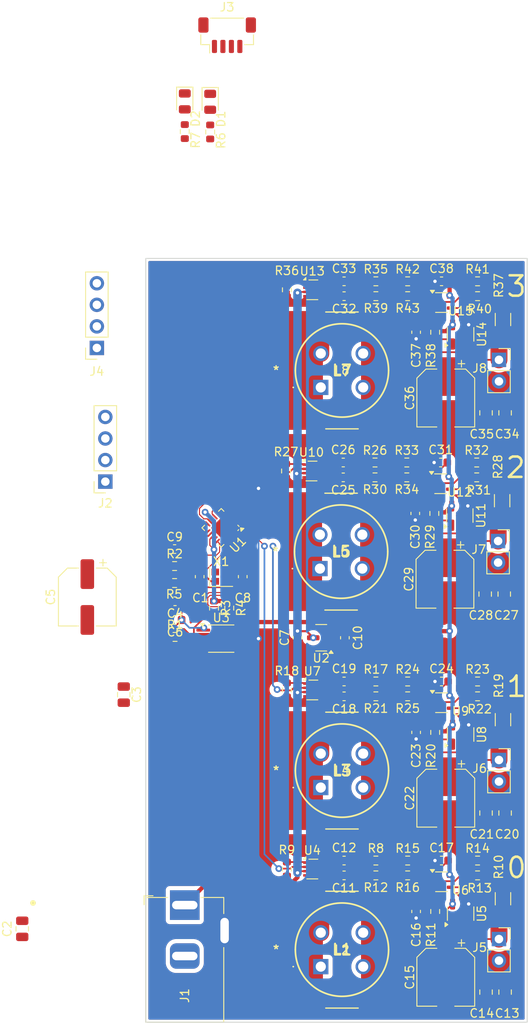
<source format=kicad_pcb>
(kicad_pcb (version 20240108) (generator "pcbnew") (generator_version "8.0")
  (layers (0 "F.Cu" signal) (31 "B.Cu" signal) (34 "B.Paste" user) (35 "F.Paste" user) (36 "B.SilkS" user "B.Silkscreen") (37 "F.SilkS" user "F.Silkscreen") (38 "B.Mask" user) (39 "F.Mask" user) (44 "Edge.Cuts" user))
  (net 0 "")
  (net 1 "VCC")
  (net 2 "GND")
  (net 3 "+5V")
  (net 4 "/CC_Buck0/SS{slash}PG1")
  (net 5 "Net-(U4-SW)")
  (net 6 "Net-(U4-BST)")
  (net 7 "/CC_Buck0/LEDOut")
  (net 8 "Net-(U7-SW)")
  (net 9 "/CC_Buck1/SS{slash}PG1")
  (net 10 "/Reset")
  (net 12 "/UART_RX")
  (net 13 "/UART_TX")
  (net 14 "Net-(U7-BST)")
  (net 15 "/CC_Buck1/LEDOut")
  (net 16 "/CC_Buck2/SS{slash}PG1")
  (net 17 "Net-(U10-SW)")
  (net 18 "Net-(U10-BST)")
  (net 19 "/CC_Buck2/LEDOut")
  (net 20 "/CC_Buck3/SS{slash}PG1")
  (net 21 "Net-(U13-SW)")
  (net 22 "Net-(U13-BST)")
  (net 23 "/CC_Buck3/LEDOut")
  (net 24 "Net-(J2-Pin_2)")
  (net 25 "/UART_RX0")
  (net 26 "/UART_TX0")
  (net 27 "/CC_Buck0/V_sense")
  (net 28 "/Enable1")
  (net 29 "/Enable2")
  (net 30 "Net-(D1-A)")
  (net 31 "/CC_Buck1/V_sense")
  (net 32 "/CC_Buck2/V_sense")
  (net 33 "/CC_Buck3/V_sense")
  (net 34 "Net-(U3-RDY{slash}~{BSY})")
  (net 35 "Net-(D2-A)")
  (net 36 "Net-(U1-PF6(*RESET))")
  (net 37 "/XTAL1")
  (net 38 "/XTAL2")
  (net 39 "Net-(U4-RT)")
  (net 40 "Net-(U6-+)")
  (net 41 "/SCL")
  (net 42 "/SDA")
  (net 43 "/UPDI")
  (net 44 "/Status1")
  (net 45 "/CC_Buck0/50*V_sense1")
  (net 46 "/CC_Buck0/DAC_IN")
  (net 49 "/Status2")
  (net 50 "Net-(U6--)")
  (net 51 "/CC_Buck0/Sum")
  (net 52 "/CC_Buck0/FB")
  (net 53 "Net-(U7-RT)")
  (net 54 "/CC_Buck1/50*V_sense1")
  (net 55 "Net-(U9-+)")
  (net 56 "/CC_Buck1/DAC_IN")
  (net 57 "Net-(U9--)")
  (net 58 "/CC_Buck1/Sum")
  (net 59 "/CC_Buck1/FB")
  (net 60 "Net-(U10-RT)")
  (net 61 "/CC_Buck2/50*V_sense1")
  (net 62 "Net-(U12-+)")
  (net 63 "/CC_Buck2/DAC_IN")
  (net 64 "Net-(U12--)")
  (net 65 "/CC_Buck2/Sum")
  (net 66 "/CC_Buck2/FB")
  (net 67 "Net-(U13-RT)")
  (net 68 "/CC_Buck3/50*V_sense1")
  (net 69 "Net-(U15-+)")
  (net 70 "/CC_Buck3/DAC_IN")
  (net 71 "Net-(U15--)")
  (net 72 "/CC_Buck3/Sum")
  (net 73 "/CC_Buck3/FB")
  (net 75 "/Enable0")
  (footprint "Capacitor_SMD:C_0805_2012Metric" (layer "F.Cu") (at 140.15 115.35 -90)
    (property "Reference" "C21")
    (property "Value" "10u")
  )
  (footprint "Capacitor_SMD:C_0805_2012Metric" (layer "F.Cu") (at 85.422 128.996 -90)
    (property "Reference" "C2")
    (property "Value" "100n")
  )
  (footprint "CustomFootprints:IND_BOURNS_SDR1307" (layer "F.Cu") (at 123.15 63.2)
    (property "Reference" "L8")
    (property "Value" "100uH")
  )
  (footprint "Package_TO_SOT_SMD:SOT-583-8" (layer "F.Cu") (at 119.65 100.85)
    (property "Reference" "U7")
    (property "Value" "TPS62933FDRLR")
  )
  (footprint "Resistor_SMD:R_0603_1608Metric" (layer "F.Cu") (at 127.05 75.8 180)
    (property "Reference" "R30")
    (property "Value" "10k")
  )
  (footprint "Capacitor_SMD:C_0805_2012Metric" (layer "F.Cu") (at 142.4 115.35 -90)
    (property "Reference" "C20")
    (property "Value" "1u")
  )
  (footprint "Resistor_SMD:R_0603_1608Metric" (layer "F.Cu") (at 103.4 86.25)
    (property "Reference" "R2")
    (property "Value" "330")
  )
  (footprint "Resistor_SMD:R_0603_1608Metric" (layer "F.Cu") (at 127.15 99.85)
    (property "Reference" "R17")
    (property "Value" "100k")
  )
  (footprint "Capacitor_SMD:C_0603_1608Metric" (layer "F.Cu") (at 123.4 52.7 180)
    (property "Reference" "C32")
    (property "Value" "10nF")
  )
  (footprint "Resistor_SMD:R_0603_1608Metric" (layer "F.Cu") (at 134.05 80.05 -90)
    (property "Reference" "R29")
    (property "Value" "10k")
  )
  (footprint "Resistor_SMD:R_0603_1608Metric" (layer "F.Cu") (at 103.4 88.25 180)
    (property "Reference" "R5")
    (property "Value" "4.7K")
  )
  (footprint "Resistor_SMD:R_0603_1608Metric" (layer "F.Cu") (at 116.55 75.05 90)
    (property "Reference" "R27")
    (property "Value" "100k")
  )
  (footprint "CustomFootprints:IND_BOURNS_SDR1307" (layer "F.Cu") (at 123.15 110.35)
    (property "Reference" "L4")
    (property "Value" "100uH")
  )
  (footprint "Capacitor_SMD:C_0603_1608Metric" (layer "F.Cu") (at 134.9 99.85 180)
    (property "Reference" "C24")
    (property "Value" "100nF")
  )
  (footprint "Capacitor_SMD:CP_Elec_6.3x7.7" (layer "F.Cu") (at 135.3 87.8 -90)
    (property "Reference" "C29")
    (property "Value" "100u")
  )
  (footprint "Resistor_SMD:R_0603_1608Metric" (layer "F.Cu") (at 116.65 53.7 90)
    (property "Reference" "R36")
    (property "Value" "100k")
  )
  (footprint "CustomFootprints:7447231101" (layer "F.Cu") (at 120.65 133.45)
    (property "Reference" "L1")
    (property "Value" "100uH" (hide yes))
  )
  (footprint "Resistor_SMD:R_0603_1608Metric" (layer "F.Cu") (at 134.15 58.7 -90)
    (property "Reference" "R38")
    (property "Value" "10k")
  )
  (footprint "Capacitor_SMD:C_0603_1608Metric" (layer "F.Cu") (at 117.906 94.699999 -90)
    (property "Reference" "C7")
    (property "Value" "1u")
  )
  (footprint "Capacitor_SMD:C_0805_2012Metric" (layer "F.Cu") (at 142.4 136.45 -90)
    (property "Reference" "C13")
    (property "Value" "1u")
  )
  (footprint "Resistor_SMD:R_0603_1608Metric" (layer "F.Cu") (at 104.6 35.055999 -90)
    (property "Reference" "R7")
    (property "Value" "1K")
  )
  (footprint "Capacitor_SMD:C_0805_2012Metric" (layer "F.Cu") (at 140.15 68.2 -90)
    (property "Reference" "C35")
    (property "Value" "10u")
  )
  (footprint "Package_DFN_QFN:VQFN-20-1EP_3x3mm_P0.4mm_EP1.7x1.7mm" (layer "F.Cu") (at 108.9 81.75 -135)
    (property "Reference" "U1")
    (property "Value" "AVR32DD20-E/REB")
  )
  (footprint "Resistor_SMD:R_0603_1608Metric" (layer "F.Cu") (at 130.9 120.95)
    (property "Reference" "R15")
    (property "Value" "40K")
  )
  (footprint "Connector_PinSocket_2.54mm:PinSocket_1x02_P2.54mm_Vertical" (layer "F.Cu") (at 141.675 109.1)
    (property "Reference" "J6")
    (property "Value" "LED Out")
  )
  (footprint "Capacitor_SMD:CP_Elec_6.3x7.7" (layer "F.Cu") (at 135.4 66.45 -90)
    (property "Reference" "C36")
    (property "Value" "100u")
  )
  (footprint "Capacitor_SMD:C_0603_1608Metric" (layer "F.Cu") (at 103.45 90.4 180)
    (property "Reference" "C4")
    (property "Value" "100nF")
  )
  (footprint "LED_SMD:LED_0805_2012Metric" (layer "F.Cu") (at 104.6 31.5 -90)
    (property "Reference" "D2")
    (property "Value" "LED")
  )
  (footprint "CustomFootprints:7447231101" (layer "F.Cu") (at 120.55 86.55)
    (property "Reference" "L5")
    (property "Value" "100uH" (hide yes))
  )
  (footprint "CustomFootprints:7447231101" (layer "F.Cu") (at 120.65 65.2)
    (property "Reference" "L7")
    (property "Value" "100uH" (hide yes))
  )
  (footprint "Resistor_SMD:R_0603_1608Metric" (layer "F.Cu") (at 134.15 126.95 -90)
    (property "Reference" "R11")
    (property "Value" "10k")
  )
  (footprint "Capacitor_SMD:CP_Elec_6.3x7.7" (layer "F.Cu") (at 135.4 113.6 -90)
    (property "Reference" "C22")
    (property "Value" "100u")
  )
  (footprint "Resistor_SMD:R_0603_1608Metric" (layer "F.Cu") (at 139.15 122.7 180)
    (property "Reference" "R13")
    (property "Value" "10k")
  )
  (footprint "Connector_BarrelJack:BarrelJack_Horizontal" (layer "F.Cu") (at 104.6 126.2 90)
    (property "Reference" "J1")
    (property "Value" "Barrel_Jack_Switch")
  )
  (footprint "Capacitor_SMD:C_0603_1608Metric" (layer "F.Cu") (at 134.8 74.05 180)
    (property "Reference" "C31")
    (property "Value" "100nF")
  )
  (footprint "Resistor_SMD:R_0603_1608Metric" (layer "F.Cu") (at 130.8 75.8 180)
    (property "Reference" "R34")
    (property "Value" "10k")
  )
  (footprint "Connector_PinSocket_2.54mm:PinSocket_1x02_P2.54mm_Vertical" (layer "F.Cu") (at 141.675 130.2)
    (property "Reference" "J5")
    (property "Value" "LED Out")
  )
  (footprint "Capacitor_SMD:C_0603_1608Metric" (layer "F.Cu") (at 123.3 74.05 180)
    (property "Reference" "C25")
    (property "Value" "10nF")
  )
  (footprint "Resistor_SMD:R_0603_1608Metric" (layer "F.Cu") (at 127.15 101.6 180)
    (property "Reference" "R21")
    (property "Value" "10k")
  )
  (footprint "Resistor_SMD:R_0603_1608Metric" (layer "F.Cu") (at 127.15 122.7 180)
    (property "Reference" "R12")
    (property "Value" "10k")
  )
  (footprint "Resistor_SMD:R_0603_1608Metric" (layer "F.Cu") (at 139.15 120.95)
    (property "Reference" "R14")
    (property "Value" "10k")
  )
  (footprint "Resistor_SMD:R_0603_1608Metric" (layer "F.Cu") (at 130.9 122.7 180)
    (property "Reference" "R16")
    (property "Value" "10k")
  )
  (footprint "Package_TO_SOT_SMD:SOT-23-5" (layer "F.Cu") (at 137.05 80.3 90)
    (property "Reference" "U11")
    (property "Value" "INA180A2")
  )
  (footprint "Package_TO_SOT_SMD:SOT-353_SC-70-5" (layer "F.Cu") (at 134.9 102.35)
    (property "Reference" "U9")
    (property "Value" "TL081HIDCKR")
  )
  (footprint "Capacitor_SMD:C_0603_1608Metric" (layer "F.Cu") (at 131.9 126.95 -90)
    (property "Reference" "C16")
    (property "Value" "100nF")
  )
  (footprint "Capacitor_SMD:C_0603_1608Metric" (layer "F.Cu") (at 123.4 122.7)
    (property "Reference" "C12")
    (property "Value" ".1u")
  )
  (footprint "Connector_PinSocket_2.54mm:PinSocket_1x04_P2.54mm_Vertical" (layer "F.Cu") (at 95.225 76.3 180)
    (property "Reference" "J2")
    (property "Value" "Programming")
  )
  (footprint "Capacitor_SMD:C_0805_2012Metric" (layer "F.Cu") (at 142.3 89.55 -90)
    (property "Reference" "C27")
    (property "Value" "1u")
  )
  (footprint "Resistor_SMD:R_0603_1608Metric" (layer "F.Cu") (at 130.9 52.7)
    (property "Reference" "R42")
    (property "Value" "40K")
  )
  (footprint "Package_TO_SOT_SMD:SOT-353_SC-70-5" (layer "F.Cu") (at 134.9 123.45)
    (property "Reference" "U6")
    (property "Value" "TL081HIDCKR")
  )
  (footprint "Resistor_SMD:R_0603_1608Metric" (layer "F.Cu") (at 108.05 91.2 -90)
    (property "Reference" "R3")
    (property "Value" "10k")
  )
  (footprint "Resistor_SMD:R_0603_1608Metric" (layer "F.Cu") (at 127.15 120.95)
    (property "Reference" "R8")
    (property "Value" "100k")
  )
  (footprint "Capacitor_SMD:C_0603_1608Metric" (layer "F.Cu") (at 103.4 84.25)
    (property "Reference" "C9")
    (property "Value" "100n")
  )
  (footprint "Capacitor_SMD:C_0603_1608Metric" (layer "F.Cu") (at 134.9 52.7 180)
    (property "Reference" "C38")
    (property "Value" "100nF")
  )
  (footprint "Package_SO:MSOP-10_3x3mm_P0.5mm" (layer "F.Cu") (at 108.9 94.8)
    (property "Reference" "U3")
    (property "Value" "MCP4728")
  )
  (footprint "Resistor_SMD:R_0603_1608Metric" (layer "F.Cu") (at 109.85 91.2 -90)
    (property "Reference" "R4")
    (property "Value" "10k")
  )
  (footprint "Resistor_SMD:R_0603_1608Metric" (layer "F.Cu") (at 127.05 74.05)
    (property "Reference" "R26")
    (property "Value" "100k")
  )
  (footprint "Capacitor_SMD:C_0805_2012Metric" (layer "F.Cu") (at 142.4 68.2 -90)
    (property "Reference" "C34")
    (property "Value" "1u")
  )
  (footprint "Package_TO_SOT_SMD:SOT-353_SC-70-5" (layer "F.Cu") (at 134.9 55.2)
    (property "Reference" "U15")
    (property "Value" "TL081HIDCKR")
  )
  (footprint "Capacitor_SMD:CP_Elec_6.3x7.7" (layer "F.Cu") (at 93.1 89.9 -90)
    (property "Reference" "C5")
    (property "Value" "100u")
  )
  (footprint "Resistor_SMD:R_1206_3216Metric" (layer "F.Cu") (at 142.05 78.55 90)
    (property "Reference" "R28")
    (property "Value" "100m")
  )
  (footprint "Capacitor_SMD:C_0603_1608Metric" (layer "F.Cu") (at 103.45 92.6 180)
    (property "Reference" "C6")
    (property "Value" "10uF")
  )
  (footprint "Resistor_SMD:R_0603_1608Metric" (layer "F.Cu") (at 127.15 52.7)
    (property "Reference" "R35")
    (property "Value" "100k")
  )
  (footprint "Package_TO_SOT_SMD:SOT-23-5" (layer "F.Cu") (at 137.15 58.95 90)
    (property "Reference" "U14")
    (property "Value" "INA180A2")
  )
  (footprint "Capacitor_SMD:C_0805_2012Metric" (layer "F.Cu") (at 97.4 101.4 -90)
    (property "Reference" "C3")
    (property "Value" "10u")
  )
  (footprint "LED_SMD:LED_0805_2012Metric" (layer "F.Cu") (at 107.6 31.544001 -90)
    (property "Reference" "D1")
    (property "Value" "LED")
  )
  (footprint "Resistor_SMD:R_0603_1608Metric" (layer "F.Cu") (at 130.9 99.85)
    (property "Reference" "R24")
    (property "Value" "40K")
  )
  (footprint "Resistor_SMD:R_0603_1608Metric" (layer "F.Cu") (at 139.15 101.6 180)
    (property "Reference" "R22")
    (property "Value" "10k")
  )
  (footprint "Connector_PinSocket_2.54mm:PinSocket_1x04_P2.54mm_Vertical" (layer "F.Cu") (at 94.225 60.55 180)
    (property "Reference" "J4")
    (property "Value" "UART")
  )
  (footprint "Capacitor_SMD:C_0603_1608Metric" (layer "F.Cu") (at 131.8 80.05 -90)
    (property "Reference" "C30")
    (property "Value" "100nF")
  )
  (footprint "Capacitor_SMD:C_0603_1608Metric" (layer "F.Cu") (at 123.494 94.699997 -90)
    (property "Reference" "C10")
    (property "Value" "2.2u")
  )
  (footprint "Capacitor_SMD:C_0603_1608Metric" (layer "F.Cu") (at 123.3 75.8)
    (property "Reference" "C26")
    (property "Value" ".1u")
  )
  (footprint "Capacitor_SMD:C_0603_1608Metric" (layer "F.Cu") (at 134.9 120.95 180)
    (property "Reference" "C17")
    (property "Value" "100nF")
  )
  (footprint "Capacitor_SMD:C_0603_1608Metric" (layer "F.Cu") (at 131.9 105.85 -90)
    (property "Reference" "C23")
    (property "Value" "100nF")
  )
  (footprint "Capacitor_SMD:C_0603_1608Metric" (layer "F.Cu") (at 111.44 87.5 90)
    (property "Reference" "C8")
    (property "Value" "C_CLK")
  )
  (footprint "Capacitor_SMD:C_0603_1608Metric" (layer "F.Cu") (at 123.4 99.85 180)
    (property "Reference" "C18")
    (property "Value" "10nF")
  )
  (footprint "Package_TO_SOT_SMD:SOT-23-5" (layer "F.Cu") (at 137.15 127.2 90)
    (property "Reference" "U5")
    (property "Value" "INA180A2")
  )
  (footprint "Resistor_SMD:R_0603_1608Metric" (layer "F.Cu") (at 139.05 75.8 180)
    (property "Reference" "R31")
    (property "Value" "10k")
  )
  (footprint "Capacitor_SMD:C_0603_1608Metric" (layer "F.Cu") (at 123.4 101.6)
    (property "Reference" "C19")
    (property "Value" ".1u")
  )
  (footprint "Capacitor_SMD:C_0805_2012Metric" (layer "F.Cu") (at 140.05 89.55 -90)
    (property "Reference" "C28")
    (property "Value" "10u")
  )
  (footprint "Package_TO_SOT_SMD:SOT-353_SC-70-5" (layer "F.Cu") (at 134.8 76.55)
    (property "Reference" "U12")
    (property "Value" "TL081HIDCKR")
  )
  (footprint "Resistor_SMD:R_0603_1608Metric" (layer "F.Cu") (at 134.15 105.85 -90)
    (property "Reference" "R20")
    (property "Value" "10k")
  )
  (footprint "Connector_PinSocket_2.54mm:PinSocket_1x02_P2.54mm_Vertical" (layer "F.Cu") (at 141.675 61.95)
    (property "Reference" "J8")
    (property "Value" "LED Out")
  )
  (footprint "Capacitor_SMD:C_0603_1608Metric" (layer "F.Cu") (at 106.36 87.5 -90)
    (property "Reference" "C1")
    (property "Value" "C_CLK")
  )
  (footprint "Resistor_SMD:R_0603_1608Metric" (layer "F.Cu") (at 103.45 94.6)
    (property "Reference" "R1")
    (property "Value" "100k")
  )
  (footprint "Package_TO_SOT_SMD:SOT-23-5" (layer "F.Cu") (at 137.15 106.1 90)
    (property "Reference" "U8")
    (property "Value" "INA180A2")
  )
  (footprint "Resistor_SMD:R_0603_1608Metric" (layer "F.Cu") (at 127.15 54.45 180)
    (property "Reference" "R39")
    (property "Value" "10k")
  )
  (footprint "Capacitor_SMD:C_0603_1608Metric" (layer "F.Cu") (at 123.4 120.95 180)
    (property "Reference" "C11")
    (property "Value" "10nF")
  )
  (footprint "Resistor_SMD:R_0603_1608Metric" (layer "F.Cu") (at 130.8 74.05)
    (property "Reference" "R33")
    (property "Value" "40K")
  )
  (footprint "Resistor_SMD:R_0603_1608Metric" (layer "F.Cu") (at 116.65 121.95 90)
    (property "Reference" "R9")
    (property "Value" "100k")
  )
  (footprint "Capacitor_SMD:C_0603_1608Metric" (layer "F.Cu") (at 123.4 54.45)
    (property "Reference" "C33")
    (property "Value" ".1u")
  )
  (footprint "Capacitor_SMD:CP_Elec_6.3x7.7" (layer "F.Cu") (at 135.4 134.7 -90)
    (property "Reference" "C15")
    (property "Value" "100u")
  )
  (footprint "Connector_JST:JST_SH_BM04B-SRSS-TB_1x04-1MP_P1.00mm_Vertical" (layer "F.Cu") (at 109.6 23.7)
    (property "Reference" "J3")
    (property "Value" "UART")
  )
  (footprint "Resistor_SMD:R_1206_3216Metric" (layer "F.Cu") (at 142.15 104.35 90)
    (property "Reference" "R19")
    (property "Value" "100m")
  )
  (footprint "Resistor_SMD:R_0603_1608Metric" (layer "F.Cu") (at 139.15 52.7)
    (property "Reference" "R41")
    (property "Value" "10k")
  )
  (footprint "Package_TO_SOT_SMD:SOT-583-8" (layer "F.Cu") (at 119.65 53.7)
    (property "Reference" "U13")
    (property "Value" "TPS62933FDRLR")
  )
  (footprint "Package_TO_SOT_SMD:SOT-23" (layer "F.Cu") (at 120.7 94.7 180)
    (property "Reference" "U2")
    (property "Value" "XC6206P502MR")
  )
  (footprint "Capacitor_SMD:C_0603_1608Metric" (layer "F.Cu") (at 131.9 58.7 -90)
    (property "Reference" "C37")
    (property "Value" "100nF")
  )
  (footprint "Package_TO_SOT_SMD:SOT-583-8" (layer "F.Cu") (at 119.65 121.95)
    (property "Reference" "U4")
    (property "Value" "TPS62933FDRLR")
  )
  (footprint "CustomFootprints:IND_BOURNS_SDR1307" (layer "F.Cu") (at 123.05 84.55)
    (property "Reference" "L6")
    (property "Value" "100uH")
  )
  (footprint "Resistor_SMD:R_0603_1608Metric" (layer "F.Cu") (at 130.9 54.45 180)
    (property "Reference" "R43")
    (property "Value" "10k")
  )
  (footprint "Resistor_SMD:R_0603_1608Metric" (layer "F.Cu") (at 139.15 54.45 180)
    (property "Reference" "R40")
    (property "Value" "10k")
  )
  (footprint "Resistor_SMD:R_0603_1608Metric" (layer "F.Cu") (at 107.6 35.1 -90)
    (property "Reference" "R6")
    (property "Value" "1K")
  )
  (footprint "Resistor_SMD:R_0603_1608Metric" (layer "F.Cu") (at 139.05 74.05)
    (property "Reference" "R32")
    (property "Value" "10k")
  )
  (footprint "Resistor_SMD:R_1206_3216Metric" (layer "F.Cu") (at 142.15 57.2 90)
    (property "Reference" "R37")
    (property "Value" "100m")
  )
  (footprint "CustomFootprints:IND_BOURNS_SDR1307" (layer "F.Cu") (at 123.15 131.45)
    (property "Reference" "L2")
    (property "Value" "100uH")
  )
  (footprint "Resistor_SMD:R_1206_3216Metric" (layer "F.Cu") (at 142.15 125.45 90)
    (property "Reference" "R10")
    (property "Value" "100m")
  )
  (footprint "Resistor_SMD:R_0603_1608Metric" (layer "F.Cu") (at 130.9 101.6 180)
    (property "Reference" "R25")
    (property "Value" "10k")
  )
  (footprint "Connector_PinSocket_2.54mm:PinSocket_1x02_P2.54mm_Vertical" (layer "F.Cu") (at 141.575 83.3)
    (property "Reference" "J7")
    (property "Value" "LED Out")
  )
  (footprint "Capacitor_SMD:C_0805_2012Metric" (layer "F.Cu") (at 140.15 136.45 -90)
    (property "Reference" "C14")
    (property "Value" "10u")
  )
  (footprint "CustomFootprints:7447231101" (layer "F.Cu") (at 120.65 112.35)
    (property "Reference" "L3")
    (property "Value" "100uH" (hide yes))
  )
  (footprint "Resistor_SMD:R_0603_1608Metric" (layer "F.Cu") (at 139.15 99.85)
    (property "Reference" "R23")
    (property "Value" "10k")
  )
  (footprint "Crystal:Crystal_SMD_2016-4Pin_2.0x1.6mm" (layer "F.Cu") (at 108.9 87.5)
    (property "Reference" "X1")
    (property "Value" "XRCGB32M000F1S2KR0")
  )
  (footprint "Resistor_SMD:R_0603_1608Metric" (layer "F.Cu") (at 116.65 100.85 90)
    (property "Reference" "R18")
    (property "Value" "100k")
  )
  (footprint "Package_TO_SOT_SMD:SOT-583-8" (layer "F.Cu") (at 119.55 75.05)
    (property "Reference" "U10")
    (property "Value" "TPS62933FDRLR")
  )
  (gr_circle (center 86.692 125.948) (end 86.438 125.948) (stroke (width 0.15)) (fill solid) (layer "F.SilkS"))
  (gr_rect (start 100 50) (end 145 140) (stroke (width 0.1)) (fill none) (layer "Edge.Cuts"))
  (gr_text "3" (at 142.4 54.7 0) (layer "F.SilkS") (effects (font (size 2.4 2.4) (thickness 0.3) (bold yes)) (justify left bottom)))
  (gr_text "1" (at 142.4 101.85 0) (layer "F.SilkS") (effects (font (size 2.4 2.4) (thickness 0.3) (bold yes)) (justify left bottom)))
  (gr_text "0" (at 142.4 123.2 0) (layer "F.SilkS") (effects (font (size 2.4 2.4) (thickness 0.3) (bold yes)) (justify left bottom)))
  (gr_text "2" (at 142.3 76.05 0) (layer "F.SilkS") (effects (font (size 2.4 2.4) (thickness 0.3) (bold yes)) (justify left bottom)))
  (segment (start 118.15 101.1) (end 118.91 101.1) (width 0.2) (layer "F.Cu") (net 1))
  (segment (start 104.6 126.2) (end 106.7977 124.0023) (width 0.5) (layer "F.Cu") (net 1))
  (segment (start 117.9 122.4) (end 117.9 122.92478) (width 0.5) (layer "F.Cu") (net 1))
  (segment (start 118.987498 93.924999) (end 117.906 93.924999) (width 0.25) (layer "F.Cu") (net 1))
  (segment (start 118.81 75.3) (end 117.85 75.3) (width 0.2) (layer "F.Cu") (net 1))
  (segment (start 117.9 122.92478) (end 116.82248 124.0023) (width 0.5) (layer "F.Cu") (net 1))
  (segment (start 118.1 122.2) (end 118.91 122.2) (width 0.2) (layer "F.Cu") (net 1))
  (segment (start 106.7977 124.0023) (end 116.82248 124.0023) (width 0.5) (layer "F.Cu") (net 1))
  (segment (start 118 53.95) (end 117.9 54.05) (width 0.2) (layer "F.Cu") (net 1))
  (segment (start 118.05 101.15) (end 118.15 101.05) (width 0.2) (layer "F.Cu") (net 1))
  (segment (start 118.91 53.95) (end 118 53.95) (width 0.2) (layer "F.Cu") (net 1))
  (segment (start 117.9 101.15) (end 118.05 101.15) (width 0.2) (layer "F.Cu") (net 1))
  (segment (start 117.9 122.4) (end 118.1 122.2) (width 0.2) (layer "F.Cu") (net 1))
  (segment (start 117.85 75.3) (end 117.8 75.35) (width 0.2) (layer "F.Cu") (net 1))
  (segment (start 119.762499 94.7) (end 118.987498 93.924999) (width 0.25) (layer "F.Cu") (net 1))
  (via (at 117.9 54.05) (size 0.8) (drill 0.4) (layers "F.Cu" "B.Cu") (net 1))
  (via (at 117.9 93.9) (size 0.8) (drill 0.4) (layers "F.Cu" "B.Cu") (net 1))
  (via (at 117.9 122.4) (size 0.8) (drill 0.4) (layers "F.Cu" "B.Cu") (net 1))
  (via (at 119.762499 94.7) (size 0.8) (drill 0.4) (layers "F.Cu" "B.Cu") (net 1))
  (via (at 117.8 75.35) (size 0.8) (drill 0.4) (layers "F.Cu" "B.Cu") (net 1))
  (via (at 117.9 101.15) (size 0.8) (drill 0.4) (layers "F.Cu" "B.Cu") (net 1))
  (segment (start 117.9 54.05) (end 117.9 93.9) (width 1) (layer "B.Cu") (net 1))
  (segment (start 117.9 122.4) (end 117.9 93.9) (width 1) (layer "B.Cu") (net 1))
  (segment (start 117.9 106.25) (end 117.9 101.15) (width 1) (layer "B.Cu") (net 1))
  (segment (start 103.720343 93.670343) (end 103.45 93.940686) (width 0.2) (layer "F.Cu") (net 2))
  (segment (start 133.475 129.3) (end 131.9 127.725) (width 0.2) (layer "F.Cu") (net 2))
  (segment (start 131.725 122.7) (end 132.475 123.45) (width 0.2) (layer "F.Cu") (net 2))
  (segment (start 137.05 82.099999) (end 136.749999 82.4) (width 0.2) (layer "F.Cu") (net 2))
  (segment (start 131.725 101.6) (end 132.475 102.35) (width 0.2) (layer "F.Cu") (net 2))
  (segment (start 137.15 60.749999) (end 136.849999 61.05) (width 0.2) (layer "F.Cu") (net 2))
  (segment (start 137.15 128.3375) (end 137.15 128.999999) (width 0.2) (layer "F.Cu") (net 2))
  (segment (start 132.475 55.2) (end 133.950001 55.2) (width 0.2) (layer "F.Cu") (net 2))
  (segment (start 142.15 55.7375) (end 141.2625 55.7375) (width 0.2) (layer "F.Cu") (net 2))
  (segment (start 138.099999 57.8125) (end 137.15 58.762499) (width 0.2) (layer "F.Cu") (net 2))
  (segment (start 120.1 93.659449) (end 120.1 93.4) (width 0.2) (layer "F.Cu") (net 2))
  (segment (start 101.85 93.425) (end 102.675 92.6) (width 0.2) (layer "F.Cu") (net 2))
  (segment (start 110.49 88.75) (end 106.835 88.75) (width 0.2) (layer "F.Cu") (net 2))
  (segment (start 102.675 90.4) (end 102.675 92.6) (width 0.2) (layer "F.Cu") (net 2))
  (segment (start 137.999999 79.1625) (end 137.05 80.112499) (width 0.2) (layer "F.Cu") (net 2))
  (segment (start 103.012648 95.4) (end 102.237352 95.4) (width 0.2) (layer "F.Cu") (net 2))
  (segment (start 137.15 128.999999) (end 136.849999 129.3) (width 0.2) (layer "F.Cu") (net 2))
  (segment (start 131.725 54.45) (end 132.475 55.2) (width 0.2) (layer "F.Cu") (net 2))
  (segment (start 132.475 102.35) (end 133.950001 102.35) (width 0.2) (layer "F.Cu") (net 2))
  (segment (start 121.6375 95.65) (end 121.6375 95.196949) (width 0.2) (layer "F.Cu") (net 2))
  (segment (start 121.6375 95.196949) (end 120.1 93.659449) (width 0.2) (layer "F.Cu") (net 2))
  (segment (start 141.2625 55.7375) (end 139.975 54.45) (width 0.2) (layer "F.Cu") (net 2))
  (segment (start 137.05 81.4375) (end 137.05 82.099999) (width 0.2) (layer "F.Cu") (net 2))
  (segment (start 106.36 88.275) (end 105.61 89.025) (width 0.2) (layer "F.Cu") (net 2))
  (segment (start 105.05 94.491118) (end 105.05 94.187352) (width 0.2) (layer "F.Cu") (net 2))
  (segment (start 137.15 105.912499) (end 137.15 107.2375) (width 0.2) (layer "F.Cu") (net 2))
  (segment (start 132.375 76.55) (end 133.850001 76.55) (width 0.2) (layer "F.Cu") (net 2))
  (segment (start 105.61 89.025) (end 104.05 89.025) (width 0.2) (layer "F.Cu") (net 2))
  (segment (start 136.849999 108.2) (end 133.475 108.2) (width 0.2) (layer "F.Cu") (net 2))
  (segment (start 102.237352 95.4) (end 101.85 95.012648) (width 0.2) (layer "F.Cu") (net 2))
  (segment (start 136.849999 61.05) (end 133.475 61.05) (width 0.2) (layer "F.Cu") (net 2))
  (segment (start 138.099999 126.0625) (end 137.15 127.012499) (width 0.2) (layer "F.Cu") (net 2))
  (segment (start 137.05 80.112499) (end 137.05 81.4375) (width 0.2) (layer "F.Cu") (net 2))
  (segment (start 142.15 102.8875) (end 141.2625 102.8875) (width 0.2) (layer "F.Cu") (net 2))
  (segment (start 111.44 88.275) (end 110.965 88.275) (width 0.2) (layer "F.Cu") (net 2))
  (segment (start 106.7875 95.3) (end 107.762648 95.3) (width 0.2) (layer "F.Cu") (net 2))
  (segment (start 133.475 108.2) (end 131.9 106.625) (width 0.2) (layer "F.Cu") (net 2))
  (segment (start 136.849999 129.3) (end 133.475 129.3) (width 0.2) (layer "F.Cu") (net 2))
  (segment (start 137.15 127.012499) (end 137.15 128.3375) (width 0.2) (layer "F.Cu") (net 2))
  (segment (start 105.05 94.187352) (end 104.532991 93.670343) (width 0.2) (layer "F.Cu") (net 2))
  (segment (start 137.15 107.899999) (end 136.849999 108.2) (width 0.2) (layer "F.Cu") (net 2))
  (segment (start 141.2625 102.8875) (end 139.975 101.6) (width 0.2) (layer "F.Cu") (net 2))
  (segment (start 132.475 123.45) (end 133.950001 123.45) (width 0.2) (layer "F.Cu") (net 2))
  (segment (start 142.15 123.9875) (end 141.2625 123.9875) (width 0.2) (layer "F.Cu") (net 2))
  (segment (start 137.15 107.2375) (end 137.15 107.899999) (width 0.2) (layer "F.Cu") (net 2))
  (segment (start 107.762648 95.3) (end 109.262648 93.8) (width 0.2) (layer "F.Cu") (net 2))
  (segment (start 109.262648 93.8) (end 111.0125 93.8) (width 0.2) (layer "F.Cu") (net 2))
  (segment (start 106.835 88.75) (end 106.36 88.275) (width 0.2) (layer "F.Cu") (net 2))
  (segment (start 104.05 89.025) (end 102.675 90.4) (width 0.2) (layer "F.Cu") (net 2))
  (segment (start 141.1625 77.0875) (end 139.875 75.8) (width 0.2) (layer "F.Cu") (net 2))
  (segment (start 104.532991 93.670343) (end 103.720343 93.670343) (width 0.2) (layer "F.Cu") (net 2))
  (segment (start 131.625 75.8) (end 132.375 76.55) (width 0.2) (layer "F.Cu") (net 2))
  (segment (start 101.85 95.012648) (end 101.85 93.425) (width 0.2) (layer "F.Cu") (net 2))
  (segment (start 137.15 58.762499) (end 137.15 60.0875) (width 0.2) (layer "F.Cu") (net 2))
  (segment (start 142.05 77.0875) (end 141.1625 77.0875) (width 0.2) (layer "F.Cu") (net 2))
  (segment (start 105.858882 95.3) (end 105.05 94.491118) (width 0.2) (layer "F.Cu") (net 2))
  (segment (start 133.475 61.05) (end 131.9 59.475) (width 0.2) (layer "F.Cu") (net 2))
  (segment (start 103.45 94.962648) (end 103.012648 95.4) (width 0.2) (layer "F.Cu") (net 2))
  (segment (start 133.375 82.4) (end 131.8 80.825) (width 0.2) (layer "F.Cu") (net 2))
  (segment (start 103.45 93.940686) (end 103.45 94.962648) (width 0.2) (layer "F.Cu") (net 2))
  (segment (start 137.15 60.0875) (end 137.15 60.749999) (width 0.2) (layer "F.Cu") (net 2))
  (segment (start 110.965 88.275) (end 110.49 88.75) (width 0.2) (layer "F.Cu") (net 2))
  (segment (start 106.7875 95.3) (end 105.858882 95.3) (width 0.2) (layer "F.Cu") (net 2))
  (segment (start 141.2625 123.9875) (end 139.975 122.7) (width 0.2) (layer "F.Cu") (net 2))
  (segment (start 136.749999 82.4) (end 133.375 82.4) (width 0.2) (layer "F.Cu") (net 2))
  (segment (start 138.099999 104.9625) (end 137.15 105.912499) (width 0.2) (layer "F.Cu") (net 2))
  (via (at 134.125 52.7) (size 0.8) (drill 0.4) (layers "F.Cu" "B.Cu") (net 2))
  (via (at 138.099999 104.9625) (size 0.8) (drill 0.4) (layers "F.Cu" "B.Cu") (net 2))
  (via (at 138.099999 126.0625) (size 0.8) (drill 0.4) (layers "F.Cu" "B.Cu") (net 2))
  (via (at 134.125 99.85) (size 0.8) (drill 0.4) (layers "F.Cu" "B.Cu") (net 2))
  (via (at 134.125 120.95) (size 0.8) (drill 0.4) (layers "F.Cu" "B.Cu") (net 2))
  (via (at 131.9 106.625) (size 0.8) (drill 0.4) (layers "F.Cu" "B.Cu") (net 2))
  (via (at 138.099999 57.8125) (size 0.8) (drill 0.4) (layers "F.Cu" "B.Cu") (net 2))
  (via (at 131.8 80.825) (size 0.8) (drill 0.4) (layers "F.Cu" "B.Cu") (net 2))
  (via (at 137.999999 79.1625) (size 0.8) (drill 0.4) (layers "F.Cu" "B.Cu") (net 2))
  (via (at 134.025 74.05) (size 0.8) (drill 0.4) (layers "F.Cu" "B.Cu") (net 2))
  (via (at 131.9 59.475) (size 0.8) (drill 0.4) (layers "F.Cu" "B.Cu") (net 2))
  (via (at 131.9 127.725) (size 0.8) (drill 0.4) (layers "F.Cu" "B.Cu") (net 2))
  (segment (start 135.85 54.35) (end 135.85 52.875) (width 0.5) (layer "F.Cu") (net 3))
  (segment (start 121.6375 93.75) (end 120.7375 92.85) (width 0.5) (layer "F.Cu") (net 3))
  (segment (start 133.675 100.625) (end 132.65 99.6) (width 0.2) (layer "F.Cu") (net 3))
  (segment (start 132.425 52.212352) (end 132.425 52.225) (width 0.2) (layer "F.Cu") (net 3))
  (segment (start 132.325 73.575) (end 132.325 73.562352) (width 0.2) (layer "F.Cu") (net 3))
  (segment (start 132.425 120.475) (end 132.425 120.462352) (width 0.2) (layer "F.Cu") (net 3))
  (segment (start 132.65 99.587352) (end 132.65 99.6) (width 0.2) (layer "F.Cu") (net 3))
  (segment (start 131.9 126.175) (end 132.55 126.825) (width 0.2) (layer "F.Cu") (net 3))
  (segment (start 134.8 74.825) (end 133.575 74.825) (width 0.2) (layer "F.Cu") (net 3))
  (segment (start 107.874695 80.724695) (end 107.824695 80.724695) (width 0.127) (layer "F.Cu") (net 3))
  (segment (start 135.675 120.95) (end 134.9 121.725) (width 0.2) (layer "F.Cu") (net 3))
  (segment (start 127.975 52.7) (end 128.75 51.925) (width 0.2) (layer "F.Cu") (net 3))
  (segment (start 132.425 99.375) (end 132.425 99.362352) (width 0.2) (layer "F.Cu") (net 3))
  (segment (start 102.625 94.2) (end 104.225 92.6) (width 0.2) (layer "F.Cu") (net 3))
  (segment (start 135.437501 105.725) (end 136.200001 104.9625) (width 0.5) (layer "F.Cu") (net 3))
  (segment (start 108.05 90.375) (end 109.85 90.375) (width 0.5) (layer "F.Cu") (net 3))
  (segment (start 106.7875 93.5875) (end 106.85 93.525) (width 0.2) (layer "F.Cu") (net 3))
  (segment (start 132.137648 120.175) (end 128.75 120.175) (width 0.2) (layer "F.Cu") (net 3))
  (segment (start 102.625 94.6) (end 102.625 94.2) (width 0.2) (layer "F.Cu") (net 3))
  (segment (start 135.75 74.225) (end 135.575 74.05) (width 0.5) (layer "F.Cu") (net 3))
  (segment (start 134.9 100.625) (end 133.675 100.625) (width 0.2) (layer "F.Cu") (net 3))
  (segment (start 128.75 120.175) (end 127.975 120.95) (width 0.2) (layer "F.Cu") (net 3))
  (segment (start 135.85 122.6) (end 135.85 121.125) (width 0.5) (layer "F.Cu") (net 3))
  (segment (start 132.55 73.8) (end 132.325 73.575) (width 0.2) (layer "F.Cu") (net 3))
  (segment (start 135.85 101.5) (end 135.85 100.025) (width 0.5) (layer "F.Cu") (net 3))
  (segment (start 128.75 99.075) (end 132.137648 99.075) (width 0.2) (layer "F.Cu") (net 3))
  (segment (start 107.824695 80.724695) (end 107 79.9) (width 0.127) (layer "F.Cu") (net 3))
  (segment (start 131.9 57.925) (end 132.55 58.575) (width 0.5) (layer "F.Cu") (net 3))
  (segment (start 133.675 121.725) (end 132.425 120.475) (width 0.2) (layer "F.Cu") (net 3))
  (segment (start 128.75 51.925) (end 132.137648 51.925) (width 0.2) (layer "F.Cu") (net 3))
  (segment (start 135.85 121.125) (end 135.675 120.95) (width 0.5) (layer "F.Cu") (net 3))
  (segment (start 132.425 120.462352) (end 132.137648 120.175) (width 0.2) (layer "F.Cu") (net 3))
  (segment (start 123.319003 93.75) (end 123.494 93.924997) (width 0.5) (layer "F.Cu") (net 3))
  (segment (start 107.560216 83.810216) (end 107.560216 83.089784) (width 0.127) (layer "F.Cu") (net 3))
  (segment (start 128.65 73.275) (end 132.037648 73.275) (width 0.2) (layer "F.Cu") (net 3))
  (segment (start 132.55 126.825) (end 135.437501 126.825) (width 0.2) (layer "F.Cu") (net 3))
  (segment (start 135.437501 58.575) (end 136.200001 57.8125) (width 0.5) (layer "F.Cu") (net 3))
  (segment (start 135.675 99.85) (end 134.9 100.625) (width 0.2) (layer "F.Cu") (net 3))
  (segment (start 133.675 53.475) (end 134.9 53.475) (width 0.2) (layer "F.Cu") (net 3))
  (segment (start 132.55 73.787352) (end 132.55 73.8) (width 0.2) (layer "F.Cu") (net 3))
  (segment (start 121.6375 93.75) (end 123.319003 93.75) (width 0.5) (layer "F.Cu") (net 3))
  (segment (start 135.575 74.05) (end 134.8 74.825) (width 0.2) (layer "F.Cu") (net 3))
  (segment (start 133.575 74.825) (end 132.55 73.8) (width 0.2) (layer "F.Cu") (net 3))
  (segment (start 132.55 58.575) (end 135.437501 58.575) (width 0.5) (layer "F.Cu") (net 3))
  (segment (start 108.05 84.3) (end 107.560216 83.810216) (width 0.127) (layer "F.Cu") (net 3))
  (segment (start 132.037648 73.275) (end 132.55 73.787352) (width 0.2) (layer "F.Cu") (net 3))
  (segment (start 107.560216 83.089784) (end 107.874695 82.775305) (width 0.127) (layer "F.Cu") (net 3))
  (segment (start 131.8 79.275) (end 132.45 79.925) (width 0.5) (layer "F.Cu") (net 3))
  (segment (start 135.85 100.025) (end 135.675 99.85) (width 0.5) (layer "F.Cu") (net 3))
  (segment (start 135.825003 93.924997) (end 135.85 93.9) (width 0.5) (layer "F.Cu") (net 3))
  (segment (start 106.7875 93.8) (end 106.7875 93.5875) (width 0.2) (layer "F.Cu") (net 3))
  (segment (start 123.494 93.924997) (end 135.825003 93.924997) (width 0.5) (layer "F.Cu") (net 3))
  (segment (start 132.45 79.925) (end 135.337501 79.925) (width 0.5) (layer "F.Cu") (net 3))
  (segment (start 127.875 74.05) (end 128.65 73.275) (width 0.2) (layer "F.Cu") (net 3))
  (segment (start 120.7375 92.85) (end 112.325 92.85) (width 0.5) (layer "F.Cu") (net 3))
  (segment (start 135.75 75.7) (end 135.75 74.225) (width 0.5) (layer "F.Cu") (net 3))
  (segment (start 104.225 90.4) (end 104.225 92.6) (width 0.2) (layer "F.Cu") (net 3))
  (segment (start 131.9 105.075) (end 132.55 105.725) (width 0.5) (layer "F.Cu") (net 3))
  (segment (start 127.975 99.85) (end 128.75 99.075) (width 0.2) (layer "F.Cu") (net 3))
  (segment (start 132.65 99.6) (end 132.425 99.375) (width 0.2) (layer "F.Cu") (net 3))
  (segment (start 135.85 52.875) (end 135.675 52.7) (width 0.5) (layer "F.Cu") (net 3))
  (segment (start 134.9 53.475) (end 135.675 52.7) (width 0.2) (layer "F.Cu") (net 3))
  (segment (start 132.55 105.725) (end 135.437501 105.725) (width 0.5) (layer "F.Cu") (net 3))
  (segment (start 135.337501 79.925) (end 136.100001 79.1625) (width 0.5) (layer "F.Cu") (net 3))
  (segment (start 135.437501 126.825) (end 136.200001 126.0625) (width 0.2) (layer "F.Cu") (net 3))
  (segment (start 132.425 52.225) (end 133.675 53.475) (width 0.2) (layer "F.Cu") (net 3))
  (segment (start 132.137648 51.925) (end 132.425 52.212352) (width 0.2) (layer "F.Cu") (net 3))
  (segment (start 134.9 121.725) (end 133.675 121.725) (width 0.2) (layer "F.Cu") (net 3))
  (segment (start 132.137648 99.075) (end 132.65 99.587352) (width 0.2) (layer "F.Cu") (net 3))
  (segment (start 112.325 92.85) (end 109.85 90.375) (width 0.5) (layer "F.Cu") (net 3))
  (via (at 135.85 122.6) (size 0.8) (drill 0.4) (layers "F.Cu" "B.Cu") (net 3))
  (via (at 107 79.9) (size 0.8) (drill 0.4) (layers "F.Cu" "B.Cu") (net 3))
  (via (at 106.85 93.525) (size 0.8) (drill 0.4) (layers "F.Cu" "B.Cu") (net 3))
  (via (at 108.05 90.375) (size 0.8) (drill 0.4) (layers "F.Cu" "B.Cu") (net 3))
  (via (at 136.200001 104.9625) (size 0.8) (drill 0.4) (layers "F.Cu" "B.Cu") (net 3))
  (via (at 136.200001 126.0625) (size 0.8) (drill 0.4) (layers "F.Cu" "B.Cu") (net 3))
  (via (at 136.100001 79.1625) (size 0.8) (drill 0.4) (layers "F.Cu" "B.Cu") (net 3))
  (via (at 136.200001 57.8125) (size 0.8) (drill 0.4) (layers "F.Cu" "B.Cu") (net 3))
  (via (at 135.85 93.9) (size 0.8) (drill 0.4) (layers "F.Cu" "B.Cu") (net 3))
  (via (at 104.225 92.6) (size 0.8) (drill 0.4) (layers "F.Cu" "B.Cu") (net 3))
  (via (at 108.05 84.3) (size 0.8) (drill 0.4) (layers "F.Cu" "B.Cu") (net 3))
  (via (at 135.85 54.35) (size 0.8) (drill 0.4) (layers "F.Cu" "B.Cu") (net 3))
  (via (at 135.75 75.7) (size 0.8) (drill 0.4) (layers "F.Cu" "B.Cu") (net 3))
  (via (at 135.85 101.5) (size 0.8) (drill 0.4) (layers "F.Cu" "B.Cu") (net 3))
  (segment (start 136.200001 54.700001) (end 135.85 54.35) (width 0.5) (layer "B.Cu") (net 3))
  (segment (start 108.05 80.95) (end 107 79.9) (width 0.5) (layer "B.Cu") (net 3))
  (segment (start 136.200001 104.9625) (end 136.200001 101.850001) (width 0.5) (layer "B.Cu") (net 3))
  (segment (start 135.85 122.6) (end 135.85 105.312501) (width 0.5) (layer "B.Cu") (net 3))
  (segment (start 135.85 105.312501) (end 136.200001 104.9625) (width 0.5) (layer "B.Cu") (net 3))
  (segment (start 105.15 93.525) (end 104.225 92.6) (width 0.2) (layer "B.Cu") (net 3))
  (segment (start 135.85 79.412501) (end 136.100001 79.1625) (width 0.5) (layer "B.Cu") (net 3))
  (segment (start 135.85 93.9) (end 135.85 79.412501) (width 0.5) (layer "B.Cu") (net 3))
  (segment (start 136.100001 76.050001) (end 135.75 75.7) (width 0.5) (layer "B.Cu") (net 3))
  (segment (start 108.05 84.3) (end 108.05 80.95) (width 0.5) (layer "B.Cu") (net 3))
  (segment (start 135.75 58.262501) (end 136.200001 57.8125) (width 0.5) (layer "B.Cu") (net 3))
  (segment (start 135.75 75.7) (end 135.75 58.262501) (width 0.5) (layer "B.Cu") (net 3))
  (segment (start 136.200001 122.950001) (end 135.85 122.6) (width 0.5) (layer "B.Cu") (net 3))
  (segment (start 108.05 90.375) (end 108.05 84.3) (width 0.5) (layer "B.Cu") (net 3))
  (segment (start 136.100001 79.1625) (end 136.100001 76.050001) (width 0.5) (layer "B.Cu") (net 3))
  (segment (start 136.200001 126.0625) (end 136.200001 122.950001) (width 0.5) (layer "B.Cu") (net 3))
  (segment (start 135.85 101.5) (end 135.85 93.9) (width 0.5) (layer "B.Cu") (net 3))
  (segment (start 136.200001 101.850001) (end 135.85 101.5) (width 0.5) (layer "B.Cu") (net 3))
  (segment (start 106.85 93.525) (end 105.15 93.525) (width 0.2) (layer "B.Cu") (net 3))
  (segment (start 136.200001 57.8125) (end 136.200001 54.700001) (width 0.5) (layer "B.Cu") (net 3))
  (segment (start 120.415 121.725) (end 123.4 121.725) (width 0.2) (layer "F.Cu") (net 4))
  (segment (start 123.4 121.725) (end 124.175 120.95) (width 0.2) (layer "F.Cu") (net 4))
  (segment (start 124.175 120.95) (end 126.325 120.95) (width 0.2) (layer "F.Cu") (net 4))
  (segment (start 123.325 123.55) (end 120.65 123.55) (width 0.2) (layer "F.Cu") (net 5))
  (segment (start 120.65 129.45) (end 120.65 123.55) (width 2) (layer "F.Cu") (net 5))
  (segment (start 124.175 122.7) (end 123.325 123.55) (width 0.2) (layer "F.Cu") (net 5))
  (segment (start 122.125 122.2) (end 122.625 122.7) (width 0.2) (layer "F.Cu") (net 6))
  (segment (start 120.39 122.2) (end 122.125 122.2) (width 0.2) (layer "F.Cu") (net 6))
  (segment (start 124.175 101.6) (end 123.325 102.45) (width 0.2) (layer "F.Cu") (net 8))
  (segment (start 120.65 108.35) (end 120.65 102.45) (width 2) (layer "F.Cu") (net 8))
  (segment (start 123.325 102.45) (end 120.65 102.45) (width 0.2) (layer "F.Cu") (net 8))
  (segment (start 123.4 100.625) (end 124.175 99.85) (width 0.2) (layer "F.Cu") (net 9))
  (segment (start 120.415 100.625) (end 123.4 100.625) (width 0.2) (layer "F.Cu") (net 9))
  (segment (start 124.175 99.85) (end 126.325 99.85) (width 0.2) (layer "F.Cu") (net 9))
  (segment (start 122.125 101.1) (end 122.625 101.6) (width 0.2) (layer "F.Cu") (net 14))
  (segment (start 120.39 101.1) (end 122.125 101.1) (width 0.2) (layer "F.Cu") (net 14))
  (segment (start 124.075 74.05) (end 126.225 74.05) (width 0.2) (layer "F.Cu") (net 16))
  (segment (start 120.315 74.825) (end 123.3 74.825) (width 0.2) (layer "F.Cu") (net 16))
  (segment (start 123.3 74.825) (end 124.075 74.05) (width 0.2) (layer "F.Cu") (net 16))
  (segment (start 121.09 76.6) (end 120.29 75.8) (width 0.2) (layer "F.Cu") (net 17))
  (segment (start 124.075 75.8) (end 123.275 76.6) (width 0.2) (layer "F.Cu") (net 17))
  (segment (start 123.275 76.6) (end 121.09 76.6) (width 0.2) (layer "F.Cu") (net 17))
  (segment (start 120.29 75.3) (end 122.025 75.3) (width 0.2) (layer "F.Cu") (net 18))
  (segment (start 122.025 75.3) (end 122.525 75.8) (width 0.2) (layer "F.Cu") (net 18))
  (segment (start 124.175 52.7) (end 126.325 52.7) (width 0.2) (layer "F.Cu") (net 20))
  (segment (start 120.415 53.475) (end 123.4 53.475) (width 0.2) (layer "F.Cu") (net 20))
  (segment (start 123.4 53.475) (end 124.175 52.7) (width 0.2) (layer "F.Cu") (net 20))
  (segment (start 124.175 54.45) (end 123.325 55.3) (width 0.2) (layer "F.Cu") (net 21))
  (segment (start 123.325 55.3) (end 120.65 55.3) (width 0.2) (layer "F.Cu") (net 21))
  (segment (start 120.65 61.2) (end 120.65 55.3) (width 2) (layer "F.Cu") (net 21))
  (segment (start 120.39 53.95) (end 122.125 53.95) (width 0.2) (layer "F.Cu") (net 22))
  (segment (start 122.125 53.95) (end 122.625 54.45) (width 0.2) (layer "F.Cu") (net 22))
  (segment (start 138.099999 128.3375) (end 139.962499 130.2) (width 0.2) (layer "F.Cu") (net 27))
  (segment (start 141.675 127.3875) (end 142.15 126.9125) (width 2) (layer "F.Cu") (net 27))
  (segment (start 141.675 130.2) (end 141.675 127.3875) (width 2) (layer "F.Cu") (net 27))
  (segment (start 139.962499 130.2) (end 141.675 130.2) (width 0.2) (layer "F.Cu") (net 27))
  (segment (start 106.3365 79.4635) (end 107.3 78.5) (width 0.127) (layer "F.Cu") (net 28))
  (segment (start 107.268733 80.684419) (end 106.846088 80.684419) (width 0.127) (layer "F.Cu") (net 28))
  (segment (start 107.591852 81.007538) (end 107.268733 80.684419) (width 0.127) (layer "F.Cu") (net 28))
  (segment (start 118.18995 100.45) (end 118.33995 100.6) (width 0.2) (layer "F.Cu") (net 28))
  (segment (start 106.846088 80.684419) (end 106.3365 80.174831) (width 0.127) (layer "F.Cu") (net 28))
  (segment (start 115.6 100.9) (end 117.16005 100.9) (width 0.2) (layer "F.Cu") (net 28))
  (segment (start 106.3365 80.174831) (end 106.3365 79.4635) (width 0.127) (layer "F.Cu") (net 28))
  (segment (start 117.61005 100.45) (end 118.18995 100.45) (width 0.2) (layer "F.Cu") (net 28))
  (segment (start 117.16005 100.9) (end 117.61005 100.45) (width 0.2) (layer "F.Cu") (net 28))
  (segment (start 115.5 100.8) (end 115.6 100.9) (width 0.2) (layer "F.Cu") (net 28))
  (segment (start 118.33995 100.6) (end 118.91 100.6) (width 0.2) (layer "F.Cu") (net 28))
  (via (at 115.000003 83.9) (size 0.8) (drill 0.4) (layers "F.Cu" "B.Cu") (net 28))
  (via (at 115.5 100.8) (size 0.8) (drill 0.4) (layers "F.Cu" "B.Cu") (net 28))
  (segment (start 115 83.900003) (end 115 94.1) (width 0.2) (layer "B.Cu") (net 28))
  (segment (start 115 94.1) (end 115 100.3) (width 0.2) (layer "B.Cu") (net 28))
  (segment (start 115.000003 83.9) (end 115 83.900003) (width 0.2) (layer "B.Cu") (net 28))
  (segment (start 115 100.3) (end 115.5 100.8) (width 0.2) (layer "B.Cu") (net 28))
  (segment (start 116.98505 75.175) (end 109.625 75.175) (width 0.2) (layer "F.Cu") (net 29))
  (segment (start 117.51005 74.65) (end 116.98505 75.175) (width 0.2) (layer "F.Cu") (net 29))
  (segment (start 106.690381 81.290381) (end 107.30901 81.290381) (width 0.2) (layer "F.Cu") (net 29))
  (segment (start 118.23995 74.8) (end 118.08995 74.65) (width 0.2) (layer "F.Cu") (net 29))
  (segment (start 109.625 75.175) (end 105.9 78.9) (width 0.2) (layer "F.Cu") (net 29))
  (segment (start 105.9 78.9) (end 105.9 80.5) (width 0.2) (layer "F.Cu") (net 29))
  (segment (start 105.9 80.5) (end 106.690381 81.290381) (width 0.2) (layer "F.Cu") (net 29))
  (segment (start 118.08995 74.65) (end 117.51005 74.65) (width 0.2) (layer "F.Cu") (net 29))
  (segment (start 118.81 74.8) (end 118.23995 74.8) (width 0.2) (layer "F.Cu") (net 29))
  (segment (start 139.962499 109.1) (end 141.675 109.1) (width 0.2) (layer "F.Cu") (net 31))
  (segment (start 141.675 109.1) (end 141.675 106.2875) (width 2) (layer "F.Cu") (net 31))
  (segment (start 141.675 106.2875) (end 142.15 105.8125) (width 2) (layer "F.Cu") (net 31))
  (segment (start 138.099999 107.2375) (end 139.962499 109.1) (width 0.2) (layer "F.Cu") (net 31))
  (segment (start 141.575 80.4875) (end 142.05 80.0125) (width 2) (layer "F.Cu") (net 32))
  (segment (start 139.862499 83.3) (end 141.575 83.3) (width 0.2) (layer "F.Cu") (net 32))
  (segment (start 137.999999 81.4375) (end 139.862499 83.3) (width 0.2) (layer "F.Cu") (net 32))
  (segment (start 141.575 83.3) (end 141.575 80.4875) (width 2) (layer "F.Cu") (net 32))
  (segment (start 141.675 61.95) (end 141.675 59.1375) (width 2) (layer "F.Cu") (net 33))
  (segment (start 139.962499 61.95) (end 141.675 61.95) (width 0.2) (layer "F.Cu") (net 33))
  (segment (start 138.099999 60.0875) (end 139.962499 61.95) (width 0.2) (layer "F.Cu") (net 33))
  (segment (start 141.675 59.1375) (end 142.15 58.6625) (width 2) (layer "F.Cu") (net 33))
  (segment (start 104.275 94.6) (end 105.475 95.8) (width 0.2) (layer "F.Cu") (net 34))
  (segment (start 105.475 95.8) (end 106.7875 95.8) (width 0.2) (layer "F.Cu") (net 34))
  (segment (start 104.8885 84.9635) (end 104.175 84.25) (width 0.127) (layer "F.Cu") (net 36))
  (segment (start 108.440381 83.34099) (end 108.7135 83.614109) (width 0.127) (layer "F.Cu") (net 36))
  (segment (start 108.7135 83.614109) (end 108.7135 84.5865) (width 0.127) (layer "F.Cu") (net 36))
  (segment (start 104.225 86.25) (end 104.225 84.3) (width 0.2) (layer "F.Cu") (net 36))
  (segment (start 108.7135 84.5865) (end 108.3365 84.9635) (width 0.127) (layer "F.Cu") (net 36))
  (segment (start 108.3365 84.9635) (end 104.8885 84.9635) (width 0.127) (layer "F.Cu") (net 36))
  (segment (start 104.225 84.3) (end 104.175 84.25) (width 0.2) (layer "F.Cu") (net 36))
  (segment (start 106.36 86.725) (end 107.685 88.05) (width 0.2) (layer "F.Cu") (net 37))
  (segment (start 109.965581 83.381267) (end 109.965581 83.884419) (width 0.127) (layer "F.Cu") (net 37))
  (segment (start 109.642462 83.058148) (end 109.965581 83.381267) (width 0.127) (layer "F.Cu") (net 37))
  (segment (start 107.685 88.05) (end 108.2 88.05) (width 0.2) (layer "F.Cu") (net 37))
  (segment (start 109.965581 83.884419) (end 107.125 86.725) (width 0.127) (layer "F.Cu") (net 37))
  (segment (start 107.125 86.725) (end 106.36 86.725) (width 0.127) (layer "F.Cu") (net 37))
  (segment (start 111.44 84.29) (end 111.44 86.725) (width 0.127) (layer "F.Cu") (net 38))
  (segment (start 109.6 86.95) (end 111.215 86.95) (width 0.2) (layer "F.Cu") (net 38))
  (segment (start 109.925305 82.775305) (end 111.44 84.29) (width 0.127) (layer "F.Cu") (net 38))
  (segment (start 111.215 86.95) (end 111.44 86.725) (width 0.2) (layer "F.Cu") (net 38))
  (segment (start 116.65 121.125) (end 118.835 121.125) (width 0.2) (layer "F.Cu") (net 39))
  (segment (start 118.835 121.125) (end 118.91 121.2) (width 0.2) (layer "F.Cu") (net 39))
  (segment (start 134.15 124.3) (end 133.95 124.1) (width 0.2) (layer "F.Cu") (net 40))
  (segment (start 129.375 124.1) (end 133.95 124.1) (width 0.2) (layer "F.Cu") (net 40))
  (segment (start 127.975 122.7) (end 129.375 124.1) (width 0.2) (layer "F.Cu") (net 40))
  (segment (start 134.15 126.125) (end 134.15 124.3) (width 0.2) (layer "F.Cu") (net 40))
  (segment (start 109.85 92.025) (end 108.8635 91.0385) (width 0.127) (layer "F.Cu") (net 41))
  (segment (start 107.58897 89.7) (end 111.649526 89.7) (width 0.127) (layer "F.Cu") (net 41))
  (segment (start 107.57747 91.0385) (end 107.3115 90.77253) (width 0.127) (layer "F.Cu") (net 41))
  (segment (start 106.7875 94.3) (end 107.975 94.3) (width 0.2) (layer "F.Cu") (net 41))
  (segment (start 112.5055 88.844026) (end 112.5055 84.224129) (width 0.127) (layer "F.Cu") (net 41))
  (segment (start 112.5055 84.224129) (end 110.49099 82.209619) (width 0.127) (layer "F.Cu") (net 41))
  (segment (start 107.975 94.3) (end 109.85 92.425) (width 0.2) (layer "F.Cu") (net 41))
  (segment (start 107.3115 89.97747) (end 107.58897 89.7) (width 0.127) (layer "F.Cu") (net 41))
  (segment (start 108.8635 91.0385) (end 107.57747 91.0385) (width 0.127) (layer "F.Cu") (net 41))
  (segment (start 111.649526 89.7) (end 112.5055 88.844026) (width 0.127) (layer "F.Cu") (net 41))
  (segment (start 109.85 92.049999) (end 109.85 92.025) (width 0.127) (layer "F.Cu") (net 41))
  (segment (start 109.85 92.425) (end 109.85 92.025) (width 0.2) (layer "F.Cu") (net 41))
  (segment (start 107.3115 90.77253) (end 107.3115 89.97747) (width 0.127) (layer "F.Cu") (net 41))
  (segment (start 105.675 94.550432) (end 105.675 93.549568) (width 0.2) (layer "F.Cu") (net 42))
  (segment (start 107.199568 92.025) (end 108.05 92.025) (width 0.2) (layer "F.Cu") (net 42))
  (segment (start 106.7875 94.8) (end 105.924568 94.8) (width 0.2) (layer "F.Cu") (net 42))
  (segment (start 112.1785 88.708578) (end 111.514078 89.373) (width 0.127) (layer "F.Cu") (net 42))
  (segment (start 105.675 93.549568) (end 107.199568 92.025) (width 0.2) (layer "F.Cu") (net 42))
  (segment (start 106.9 89.926522) (end 106.9 92.324568) (width 0.127) (layer "F.Cu") (net 42))
  (segment (start 110.208148 82.492462) (end 112.1785 84.462814) (width 0.127) (layer "F.Cu") (net 42))
  (segment (start 112.1785 84.462814) (end 112.1785 88.708578) (width 0.127) (layer "F.Cu") (net 42))
  (segment (start 107.453522 89.373) (end 106.9 89.926522) (width 0.127) (layer "F.Cu") (net 42))
  (segment (start 105.924568 94.8) (end 105.675 94.550432) (width 0.2) (layer "F.Cu") (net 42))
  (segment (start 106.9 92.324568) (end 105.675 93.549568) (width 0.127) (layer "F.Cu") (net 42))
  (segment (start 111.514078 89.373) (end 107.453522 89.373) (width 0.127) (layer "F.Cu") (net 42))
  (segment (start 135.637501 127.775) (end 134.15 127.775) (width 0.2) (layer "F.Cu") (net 45))
  (segment (start 136.200001 128.3375) (end 135.637501 127.775) (width 0.2) (layer "F.Cu") (net 45))
  (segment (start 135.85 124.1) (end 136.925 124.1) (width 0.2) (layer "F.Cu") (net 50))
  (segment (start 136.925 124.1) (end 138.325 122.7) (width 0.2) (layer "F.Cu") (net 50))
  (segment (start 138.325 122.7) (end 138.325 122.6) (width 0.2) (layer "F.Cu") (net 50))
  (segment (start 138.325 122.6) (end 139.975 120.95) (width 0.2) (layer "F.Cu") (net 50))
  (segment (start 133.95 122.8) (end 134.25 122.8) (width 0.2) (layer "F.Cu") (net 51))
  (segment (start 134.829657 123.379657) (end 136.457695 123.379657) (width 0.2) (layer "F.Cu") (net 51))
  (segment (start 134.25 122.8) (end 134.829657 123.379657) (width 0.2) (layer "F.Cu") (net 51))
  (segment (start 136.457695 123.379657) (end 138.325 121.512352) (width 0.2) (layer "F.Cu") (net 51))
  (segment (start 138.325 121.512352) (end 138.325 120.95) (width 0.2) (layer "F.Cu") (net 51))
  (segment (start 133.575 122.8) (end 133.95 122.8) (width 0.2) (layer "F.Cu") (net 51))
  (segment (start 131.725 120.95) (end 133.575 122.8) (width 0.2) (layer "F.Cu") (net 51))
  (segment (start 130.075 122.7) (end 130.075 120.95) (width 0.2) (layer "F.Cu") (net 52))
  (segment (start 127.15 120.587352) (end 127.15 121.312648) (width 0.2) (layer "F.Cu") (net 52))
  (segment (start 127.562352 121.725) (end 129.3 121.725) (width 0.2) (layer "F.Cu") (net 52))
  (segment (start 120.39 121.2) (end 121.415 120.175) (width 0.2) (layer "F.Cu") (net 52))
  (segment (start 129.3 121.725) (end 130.075 120.95) (width 0.2) (layer "F.Cu") (net 52))
  (segment (start 127.15 121.312648) (end 127.562352 121.725) (width 0.2) (layer "F.Cu") (net 52))
  (segment (start 121.415 120.175) (end 126.737648 120.175) (width 0.2) (layer "F.Cu") (net 52))
  (segment (start 126.737648 120.175) (end 127.15 120.587352) (width 0.2) (layer "F.Cu") (net 52))
  (segment (start 116.65 100.025) (end 118.835 100.025) (width 0.2) (layer "F.Cu") (net 53))
  (segment (start 118.835 100.025) (end 118.91 100.1) (width 0.2) (layer "F.Cu") (net 53))
  (segment (start 135.637501 106.675) (end 134.15 106.675) (width 0.2) (layer "F.Cu") (net 54))
  (segment (start 136.200001 107.2375) (end 135.637501 106.675) (width 0.2) (layer "F.Cu") (net 54))
  (segment (start 129.375 103) (end 133.95 103) (width 0.2) (layer "F.Cu") (net 55))
  (segment (start 134.15 103.2) (end 133.95 103) (width 0.2) (layer "F.Cu") (net 55))
  (segment (start 127.975 101.6) (end 129.375 103) (width 0.2) (layer "F.Cu") (net 55))
  (segment (start 134.15 105.025) (end 134.15 103.2) (width 0.2) (layer "F.Cu") (net 55))
  (segment (start 135.85 103) (end 136.925 103) (width 0.2) (layer "F.Cu") (net 57))
  (segment (start 138.325 101.5) (end 139.975 99.85) (width 0.2) (layer "F.Cu") (net 57))
  (segment (start 138.325 101.6) (end 138.325 101.5) (width 0.2) (layer "F.Cu") (net 57))
  (segment (start 136.925 103) (end 138.325 101.6) (width 0.2) (layer "F.Cu") (net 57))
  (segment (start 131.725 99.85) (end 133.575 101.7) (width 0.2) (layer "F.Cu") (net 58))
  (segment (start 136.457695 102.279657) (end 138.325 100.412352) (width 0.2) (layer "F.Cu") (net 58))
  (segment (start 134.829657 102.279657) (end 136.457695 102.279657) (width 0.2) (layer "F.Cu") (net 58))
  (segment (start 133.575 101.7) (end 133.95 101.7) (width 0.2) (layer "F.Cu") (net 58))
  (segment (start 133.95 101.7) (end 134.25 101.7) (width 0.2) (layer "F.Cu") (net 58))
  (segment (start 134.25 101.7) (end 134.829657 102.279657) (width 0.2) (layer "F.Cu") (net 58))
  (segment (start 138.325 100.412352) (end 138.325 99.85) (width 0.2) (layer "F.Cu") (net 58))
  (segment (start 130.075 101.6) (end 130.075 99.85) (width 0.2) (layer "F.Cu") (net 59))
  (segment (start 127.562352 100.625) (end 129.3 100.625) (width 0.2) (layer "F.Cu") (net 59))
  (segment (start 126.737648 99.075) (end 127.15 99.487352) (width 0.2) (layer "F.Cu") (net 59))
  (segment (start 120.39 100.1) (end 121.415 99.075) (width 0.2) (layer "F.Cu") (net 59))
  (segment (start 127.15 100.212648) (end 127.562352 100.625) (width 0.2) (layer "F.Cu") (net 59))
  (segment (start 129.3 100.625) (end 130.075 99.85) (width 0.2) (layer "F.Cu") (net 59))
  (segment (start 121.415 99.075) (end 126.737648 99.075) (width 0.2) (layer "F.Cu") (net 59))
  (segment (start 127.15 99.487352) (end 127.15 100.212648) (width 0.2) (layer "F.Cu") (net 59))
  (segment (start 116.55 74.225) (end 118.735 74.225) (width 0.2) (layer "F.Cu") (net 60))
  (segment (start 118.735 74.225) (end 118.81 74.3) (width 0.2) (layer "F.Cu") (net 60))
  (segment (start 136.100001 81.4375) (end 135.537501 80.875) (width 0.2) (layer "F.Cu") (net 61))
  (segment (start 135.537501 80.875) (end 134.05 80.875) (width 0.2) (layer "F.Cu") (net 61))
  (segment (start 134.05 77.4) (end 133.85 77.2) (width 0.2) (layer "F.Cu") (net 62))
  (segment (start 127.875 75.8) (end 129.275 77.2) (width 0.2) (layer "F.Cu") (net 62))
  (segment (start 134.05 79.225) (end 134.05 77.4) (width 0.2) (layer "F.Cu") (net 62))
  (segment (start 129.275 77.2) (end 133.85 77.2) (width 0.2) (layer "F.Cu") (net 62))
  (segment (start 111.0125 94.8) (end 113.3 94.8) (width 0.2) (layer "F.Cu") (net 63))
  (segment (start 124.925 77.1) (end 126.225 75.8) (width 0.2) (layer "F.Cu") (net 63))
  (via (at 113.3 77.1) (size 0.8) (drill 0.4) (layers "F.Cu" "B.Cu") (net 63))
  (via (at 113.3 94.8) (size 0.8) (drill 0.4) (layers "F.Cu" "B.Cu") (net 63))
  (segment (start 113.3 94.8) (end 113.3 77.1) (width 0.2) (layer "B.Cu") (net 63))
  (segment (start 138.225 75.8) (end 138.225 75.7) (width 0.2) (layer "F.Cu") (net 64))
  (segment (start 136.825 77.2) (end 138.225 75.8) (width 0.2) (layer "F.Cu") (net 64))
  (segment (start 135.75 77.2) (end 136.825 77.2) (width 0.2) (layer "F.Cu") (net 64))
  (segment (start 138.225 75.7) (end 139.875 74.05) (width 0.2) (layer "F.Cu") (net 64))
  (segment (start 138.225 74.612352) (end 138.225 74.05) (width 0.2) (layer "F.Cu") (net 65))
  (segment (start 133.475 75.9) (end 133.85 75.9) (width 0.2) (layer "F.Cu") (net 65))
  (segment (start 134.729657 76.479657) (end 136.357695 76.479657) (width 0.2) (layer "F.Cu") (net 65))
  (segment (start 134.15 75.9) (end 134.729657 76.479657) (width 0.2) (layer "F.Cu") (net 65))
  (segment (start 136.357695 76.479657) (end 138.225 74.612352) (width 0.2) (layer "F.Cu") (net 65))
  (segment (start 131.625 74.05) (end 133.475 75.9) (width 0.2) (layer "F.Cu") (net 65))
  (segment (start 133.85 75.9) (end 134.15 75.9) (width 0.2) (layer "F.Cu") (net 65))
  (segment (start 126.637648 73.275) (end 127.05 73.687352) (width 0.2) (layer "F.Cu") (net 66))
  (segment (start 127.05 74.412648) (end 127.462352 74.825) (width 0.2) (layer "F.Cu") (net 66))
  (segment (start 120.29 74.3) (end 121.315 73.275) (width 0.2) (layer "F.Cu") (net 66))
  (segment (start 129.975 75.8) (end 129.975 74.05) (width 0.2) (layer "F.Cu") (net 66))
  (segment (start 129.2 74.825) (end 129.975 74.05) (width 0.2) (layer "F.Cu") (net 66))
  (segment (start 127.462352 74.825) (end 129.2 74.825) (width 0.2) (layer "F.Cu") (net 66))
  (segment (start 121.315 73.275) (end 126.637648 73.275) (width 0.2) (layer "F.Cu") (net 66))
  (segment (start 127.05 73.687352) (end 127.05 74.412648) (width 0.2) (layer "F.Cu") (net 66))
  (segment (start 116.65 52.875) (end 118.835 52.875) (width 0.2) (layer "F.Cu") (net 67))
  (segment (start 118.835 52.875) (end 118.91 52.95) (width 0.2) (layer "F.Cu") (net 67))
  (segment (start 135.637501 59.525) (end 134.15 59.525) (width 0.2) (layer "F.Cu") (net 68))
  (segment (start 136.200001 60.0875) (end 135.637501 59.525) (width 0.2) (layer "F.Cu") (net 68))
  (segment (start 134.15 56.05) (end 133.95 55.85) (width 0.2) (layer "F.Cu") (net 69))
  (segment (start 127.975 54.45) (end 128.75 55.225) (width 0.2) (layer "F.Cu") (net 69))
  (segment (start 128.75 55.225) (end 131.934314 55.225) (width 0.2) (layer "F.Cu") (net 69))
  (segment (start 131.934314 55.225) (end 132.559314 55.85) (width 0.2) (layer "F.Cu") (net 69))
  (segment (start 132.559314 55.85) (end 133.95 55.85) (width 0.2) (layer "F.Cu") (net 69))
  (segment (start 134.15 57.875) (end 134.15 56.05) (width 0.2) (layer "F.Cu") (net 69))
  (segment (start 136.925 55.85) (end 138.325 54.45) (width 0.2) (layer "F.Cu") (net 71))
  (segment (start 138.325 54.45) (end 138.325 54.35) (width 0.2) (layer "F.Cu") (net 71))
  (segment (start 138.325 54.35) (end 139.975 52.7) (width 0.2) (layer "F.Cu") (net 71))
  (segment (start 135.85 55.85) (end 136.925 55.85) (width 0.2) (layer "F.Cu") (net 71))
  (segment (start 134.829657 55.129657) (end 136.457695 55.129657) (width 0.2) (layer "F.Cu") (net 72))
  (segment (start 133.95 54.55) (end 134.25 54.55) (width 0.2) (layer "F.Cu") (net 72))
  (segment (start 131.725 52.7) (end 133.575 54.55) (width 0.2) (layer "F.Cu") (net 72))
  (segment (start 138.325 53.262352) (end 138.325 52.7) (width 0.2) (layer "F.Cu") (net 72))
  (segment (start 136.457695 55.129657) (end 138.325 53.262352) (width 0.2) (layer "F.Cu") (net 72))
  (segment (start 133.575 54.55) (end 133.95 54.55) (width 0.2) (layer "F.Cu") (net 72))
  (segment (start 134.25 54.55) (end 134.829657 55.129657) (width 0.2) (layer "F.Cu") (net 72))
  (segment (start 127.562352 53.475) (end 129.3 53.475) (width 0.2) (layer "F.Cu") (net 73))
  (segment (start 130.075 54.45) (end 130.075 52.7) (width 0.2) (layer "F.Cu") (net 73))
  (segment (start 129.3 53.475) (end 130.075 52.7) (width 0.2) (layer "F.Cu") (net 73))
  (segment (start 127.15 53.062648) (end 127.562352 53.475) (width 0.2) (layer "F.Cu") (net 73))
  (segment (start 120.39 52.95) (end 121.415 51.925) (width 0.2) (layer "F.Cu") (net 73))
  (segment (start 121.415 51.925) (end 126.737648 51.925) (width 0.2) (layer "F.Cu") (net 73))
  (segment (start 127.15 52.337352) (end 127.15 53.062648) (width 0.2) (layer "F.Cu") (net 73))
  (segment (start 126.737648 51.925) (end 127.15 52.337352) (width 0.2) (layer "F.Cu") (net 73))
  (segment (start 114 83.846915) (end 109.653085 79.5) (width 0.127) (layer "F.Cu") (net 75))
  (segment (start 107.834419 79.812496) (end 107.834419 80.118733) (width 0.127) (layer "F.Cu") (net 75))
  (segment (start 107.834419 80.118733) (end 108.157538 80.441852) (width 0.127) (layer "F.Cu") (net 75))
  (segment (start 117.062648 121.9) (end 115.7 121.9) (width 0.2) (layer "F.Cu") (net 75))
  (segment (start 109.653085 79.5) (end 108.146915 79.5) (width 0.127) (layer "F.Cu") (net 75))
  (segment (start 117.262648 121.7) (end 117.062648 121.9) (width 0.2) (layer "F.Cu") (net 75))
  (segment (start 108.146915 79.5) (end 107.834419 79.812496) (width 0.127) (layer "F.Cu") (net 75))
  (segment (start 118.91 121.7) (end 117.262648 121.7) (width 0.2) (layer "F.Cu") (net 75))
  (segment (start 114 83.9) (end 114 83.846915) (width 0.127) (layer "F.Cu") (net 75))
  (via (at 115.7 121.9) (size 0.8) (drill 0.4) (layers "F.Cu" "B.Cu") (net 75))
  (via (at 114 83.9) (size 0.8) (drill 0.4) (layers "F.Cu" "B.Cu") (net 75))
  (segment (start 114 94.1) (end 114 120.2) (width 0.2) (layer "B.Cu") (net 75))
  (segment (start 114 83.9) (end 114 94.1) (width 0.2) (layer "B.Cu") (net 75))
  (segment (start 114 120.2) (end 115.7 121.9) (width 0.2) (layer "B.Cu") (net 75))
  (zone (net 15) (net_name "/CC_Buck1/LEDOut") (layer "F.Cu") (priority 1) (connect_pads yes (clearance 0.5)) (min_thickness 0.25) (fill yes (thermal_gap 0.5) (thermal_bridge_width 0.5))
    (polygon (pts (xy 143.9 110.35) (xy 143.9 115.35) (xy 138.65 115.35) (xy 138.65 113.35) (xy 133.15 113.35) (xy 133.15 117.6) (xy 129.15 117.6) (xy 129.15 103.35) (xy 130.9 103.35) (xy 130.9 105.85) (xy 139.9 105.85) (xy 139.9 110.35)))
  )
  (zone (net 7) (net_name "/CC_Buck0/LEDOut") (layer "F.Cu") (priority 1) (connect_pads yes (clearance 0.5)) (min_thickness 0.25) (fill yes (thermal_gap 0.5) (thermal_bridge_width 0.5))
    (polygon (pts (xy 143.9 131.45) (xy 143.9 136.45) (xy 138.65 136.45) (xy 138.65 134.45) (xy 133.15 134.45) (xy 133.15 138.7) (xy 129.15 138.7) (xy 129.15 124.45) (xy 130.9 124.45) (xy 130.9 126.95) (xy 139.9 126.95) (xy 139.9 131.45)))
  )
  (zone (net 19) (net_name "/CC_Buck2/LEDOut") (layer "F.Cu") (priority 1) (connect_pads yes (clearance 0.5)) (min_thickness 0.25) (fill yes (thermal_gap 0.5) (thermal_bridge_width 0.5))
    (polygon (pts (xy 143.8 84.55) (xy 143.8 89.55) (xy 138.55 89.55) (xy 138.55 87.55) (xy 133.05 87.55) (xy 133.05 91.8) (xy 129.05 91.8) (xy 129.05 77.55) (xy 130.8 77.55) (xy 130.8 80.05) (xy 139.8 80.05) (xy 139.8 84.55)))
  )
  (zone (net 23) (net_name "/CC_Buck3/LEDOut") (layer "F.Cu") (priority 1) (connect_pads yes (clearance 0.5)) (min_thickness 0.25) (fill yes (thermal_gap 0.5) (thermal_bridge_width 0.5))
    (polygon (pts (xy 143.9 63.2) (xy 143.9 68.2) (xy 138.65 68.2) (xy 138.65 66.2) (xy 133.15 66.2) (xy 133.15 70.45) (xy 129.15 70.45) (xy 129.15 56.2) (xy 130.9 56.2) (xy 130.9 58.7) (xy 139.9 58.7) (xy 139.9 63.2)))
  )
  (zone (net 2) (net_name "GND") (layers "F&B.Cu") (connect_pads yes (clearance 0.5)) (min_thickness 0.25) (fill yes (thermal_gap 0.5) (thermal_bridge_width 0.5))
    (polygon (pts (xy 100 49.95) (xy 145.038 49.95) (xy 145.038 139.912) (xy 100 139.912)))
  )
)
</source>
